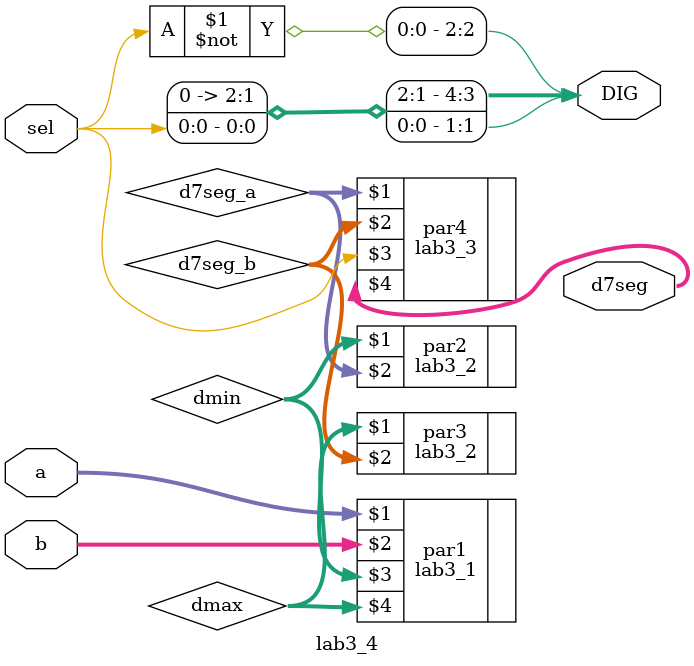
<source format=v>
module lab3_4
(
input [3:0] a,
input [3:0] b,
input sel,
output [6:0] d7seg,
output [4:1] DIG
);

wire [3:0] dmin; 
wire [3:0] dmax;
wire [6:0] d7seg_a,d7seg_b;
defparam par4.w = 7;


lab3_1 par1(a, b, dmin, dmax);
lab3_2 par2(dmin, d7seg_a);
lab3_2 par3(dmax, d7seg_b);
lab3_3 par4(d7seg_a, d7seg_b, sel, d7seg);

assign DIG[1] = sel;
assign DIG[2] = ~sel;
assign DIG[3] = 1'b0;
assign DIG[4] = 1'b0;

endmodule
</source>
